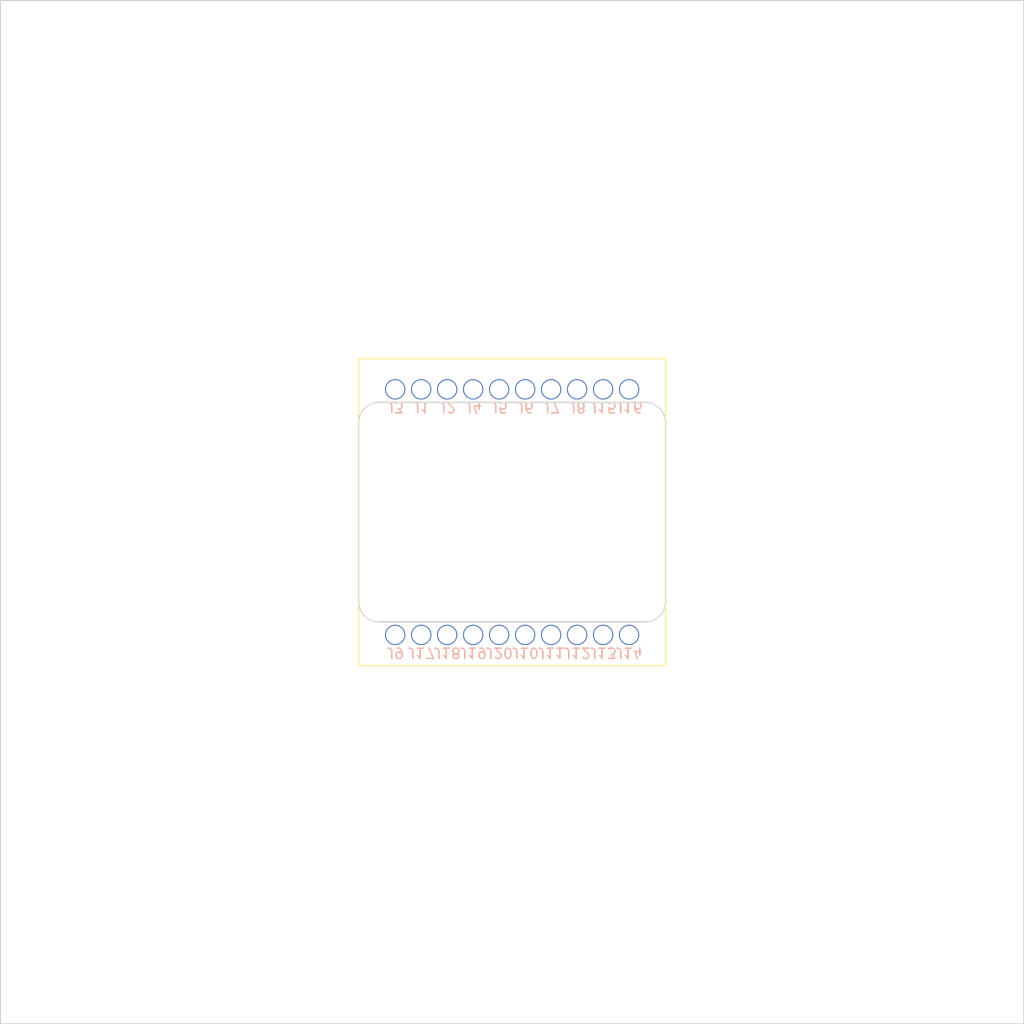
<source format=kicad_pcb>
(kicad_pcb (version 20240108) (generator "pcbnew") (generator_version "8.0")
  (layers (0 "F.Cu" signal) (1 "In1.Cu" signal) (2 "In2.Cu" signal) (31 "B.Cu" signal) (34 "B.Paste" user) (35 "F.Paste" user) (36 "B.SilkS" user "B.Silkscreen") (37 "F.SilkS" user "F.Silkscreen") (38 "B.Mask" user) (39 "F.Mask" user) (44 "Edge.Cuts" user))
  (net 0 "")
  (net 1 "/F4")
  (net 2 "/S4")
  (net 3 "/F3")
  (net 4 "/S3")
  (net 5 "/F2")
  (net 6 "/S2")
  (net 7 "/F1")
  (net 8 "/S1")
  (net 9 "/F8")
  (net 10 "/S8")
  (net 11 "/F7")
  (net 12 "/S7")
  (net 13 "/F6")
  (net 14 "/S6")
  (net 15 "/F5")
  (net 16 "/S5")
  (net 17 "/F12")
  (net 18 "/S12")
  (net 19 "/F11")
  (net 20 "/S11")
  (footprint "custom_footprints:0921" (layer "B.Cu") (at -26.183 -14)
    (property "Reference" "J1" (at 0 1.75 180) (layer "B.SilkS") (effects (justify mirror)))
    (property "Value" "Conn_01x01" (hide yes))
    (pad "1" thru_hole circle (at 0 0) (size 1.98 1.98) (drill 1.78) (layers "*.Cu" "*.Mask") (net 1 "/F4"))
  )
  (footprint "custom_footprints:0921" (layer "B.Cu") (at -5.863 -14)
    (property "Reference" "J16" (at 0 1.75 180) (layer "B.SilkS") (effects (justify mirror)))
    (property "Value" "Conn_01x01" (hide yes))
    (pad "1" thru_hole circle (at 0 0) (size 1.98 1.98) (drill 1.78) (layers "*.Cu" "*.Mask") (net 16 "/S5"))
  )
  (footprint "custom_footprints:0921" (layer "B.Cu") (at -10.943 10)
    (property "Reference" "J12" (at 0 1.75 180) (layer "B.SilkS") (effects (justify mirror)))
    (property "Value" "Conn_01x01" (hide yes))
    (pad "1" thru_hole circle (at 0 0) (size 1.98 1.98) (drill 1.78) (layers "*.Cu" "*.Mask") (net 12 "/S7"))
  )
  (footprint "custom_footprints:0921" (layer "B.Cu") (at -13.483 10)
    (property "Reference" "J11" (at 0 1.75 180) (layer "B.SilkS") (effects (justify mirror)))
    (property "Value" "Conn_01x01" (hide yes))
    (pad "1" thru_hole circle (at 0 0) (size 1.98 1.98) (drill 1.78) (layers "*.Cu" "*.Mask") (net 11 "/F7"))
  )
  (footprint "custom_footprints:0921" (layer "B.Cu") (at -23.643 -14)
    (property "Reference" "J2" (at 0 1.75 180) (layer "B.SilkS") (effects (justify mirror)))
    (property "Value" "Conn_01x01" (hide yes))
    (pad "1" thru_hole circle (at 0 0) (size 1.98 1.98) (drill 1.78) (layers "*.Cu" "*.Mask") (net 2 "/S4"))
  )
  (footprint "custom_footprints:0921" (layer "B.Cu") (at -18.563 10)
    (property "Reference" "J20" (at 0 1.75 180) (layer "B.SilkS") (effects (justify mirror)))
    (property "Value" "Conn_01x01" (hide yes))
    (pad "1" thru_hole circle (at 0 0) (size 1.98 1.98) (drill 1.78) (layers "*.Cu" "*.Mask") (net 20 "/S11"))
  )
  (footprint "custom_footprints:0921" (layer "B.Cu") (at -16.023 10)
    (property "Reference" "J10" (at 0 1.75 180) (layer "B.SilkS") (effects (justify mirror)))
    (property "Value" "Conn_01x01" (hide yes))
    (pad "1" thru_hole circle (at 0 0) (size 1.98 1.98) (drill 1.78) (layers "*.Cu" "*.Mask") (net 10 "/S8"))
  )
  (footprint "custom_footprints:0921" (layer "B.Cu") (at -28.723 -14)
    (property "Reference" "J3" (at 0 1.75 180) (layer "B.SilkS") (effects (justify mirror)))
    (property "Value" "Conn_01x01" (hide yes))
    (pad "1" thru_hole circle (at 0 0) (size 1.98 1.98) (drill 1.78) (layers "*.Cu" "*.Mask") (net 3 "/F3"))
  )
  (footprint "custom_footprints:0921" (layer "B.Cu") (at -8.403 10)
    (property "Reference" "J13" (at 0 1.75 180) (layer "B.SilkS") (effects (justify mirror)))
    (property "Value" "Conn_01x01" (hide yes))
    (pad "1" thru_hole circle (at 0 0) (size 1.98 1.98) (drill 1.78) (layers "*.Cu" "*.Mask") (net 13 "/F6"))
  )
  (footprint "custom_footprints:0921" (layer "B.Cu") (at -10.943 -14)
    (property "Reference" "J8" (at 0 1.75 180) (layer "B.SilkS") (effects (justify mirror)))
    (property "Value" "Conn_01x01" (hide yes))
    (pad "1" thru_hole circle (at 0 0) (size 1.98 1.98) (drill 1.78) (layers "*.Cu" "*.Mask") (net 8 "/S1"))
  )
  (footprint "custom_footprints:0921" (layer "B.Cu") (at -23.643 10)
    (property "Reference" "J18" (at 0 1.75 180) (layer "B.SilkS") (effects (justify mirror)))
    (property "Value" "Conn_01x01" (hide yes))
    (pad "1" thru_hole circle (at 0 0) (size 1.98 1.98) (drill 1.78) (layers "*.Cu" "*.Mask") (net 18 "/S12"))
  )
  (footprint "custom_footprints:0921" (layer "B.Cu") (at -16.023 -14)
    (property "Reference" "J6" (at 0 1.75 180) (layer "B.SilkS") (effects (justify mirror)))
    (property "Value" "Conn_01x01" (hide yes))
    (pad "1" thru_hole circle (at 0 0) (size 1.98 1.98) (drill 1.78) (layers "*.Cu" "*.Mask") (net 6 "/S2"))
  )
  (footprint "custom_footprints:0921" (layer "B.Cu") (at -28.723 10)
    (property "Reference" "J9" (at 0 1.75 180) (layer "B.SilkS") (effects (justify mirror)))
    (property "Value" "Conn_01x01" (hide yes))
    (pad "1" thru_hole circle (at 0 0) (size 1.98 1.98) (drill 1.78) (layers "*.Cu" "*.Mask") (net 9 "/F8"))
  )
  (footprint "custom_footprints:0921" (layer "B.Cu") (at -26.183 10)
    (property "Reference" "J17" (at 0 1.75 180) (layer "B.SilkS") (effects (justify mirror)))
    (property "Value" "Conn_01x01" (hide yes))
    (pad "1" thru_hole circle (at 0 0) (size 1.98 1.98) (drill 1.78) (layers "*.Cu" "*.Mask") (net 17 "/F12"))
  )
  (footprint "custom_footprints:0921" (layer "B.Cu") (at -13.483 -14)
    (property "Reference" "J7" (at 0 1.75 180) (layer "B.SilkS") (effects (justify mirror)))
    (property "Value" "Conn_01x01" (hide yes))
    (pad "1" thru_hole circle (at 0 0) (size 1.98 1.98) (drill 1.78) (layers "*.Cu" "*.Mask") (net 7 "/F1"))
  )
  (footprint "custom_footprints:0921" (layer "B.Cu") (at -21.103 10)
    (property "Reference" "J19" (at 0 1.75 180) (layer "B.SilkS") (effects (justify mirror)))
    (property "Value" "Conn_01x01" (hide yes))
    (pad "1" thru_hole circle (at 0 0) (size 1.98 1.98) (drill 1.78) (layers "*.Cu" "*.Mask") (net 19 "/F11"))
  )
  (footprint "custom_footprints:0921" (layer "B.Cu") (at -8.403 -14)
    (property "Reference" "J15" (at 0 1.75 180) (layer "B.SilkS") (effects (justify mirror)))
    (property "Value" "Conn_01x01" (hide yes))
    (pad "1" thru_hole circle (at 0 0) (size 1.98 1.98) (drill 1.78) (layers "*.Cu" "*.Mask") (net 15 "/F5"))
  )
  (footprint "custom_footprints:0921" (layer "B.Cu") (at -18.563 -14)
    (property "Reference" "J5" (at 0 1.75 180) (layer "B.SilkS") (effects (justify mirror)))
    (property "Value" "Conn_01x01" (hide yes))
    (pad "1" thru_hole circle (at 0 0) (size 1.98 1.98) (drill 1.78) (layers "*.Cu" "*.Mask") (net 5 "/F2"))
  )
  (footprint "custom_footprints:0921" (layer "B.Cu") (at -21.103 -14)
    (property "Reference" "J4" (at 0 1.75 180) (layer "B.SilkS") (effects (justify mirror)))
    (property "Value" "Conn_01x01" (hide yes))
    (pad "1" thru_hole circle (at 0 0) (size 1.98 1.98) (drill 1.78) (layers "*.Cu" "*.Mask") (net 4 "/S3"))
  )
  (footprint "custom_footprints:0921" (layer "B.Cu") (at -5.863 10)
    (property "Reference" "J14" (at 0 1.75 180) (layer "B.SilkS") (effects (justify mirror)))
    (property "Value" "Conn_01x01" (hide yes))
    (pad "1" thru_hole circle (at 0 0) (size 1.98 1.98) (drill 1.78) (layers "*.Cu" "*.Mask") (net 14 "/S6"))
  )
  (gr_line (start -2.293 -17) (end -2.293 13) (stroke (width 0.15)) (layer "F.SilkS"))
  (gr_line (start -32.293 13) (end -32.293 -17) (stroke (width 0.15)) (layer "F.SilkS"))
  (gr_line (start -2.293 13) (end -32.293 13) (stroke (width 0.15)) (layer "F.SilkS"))
  (gr_line (start -32.293 -17) (end -2.293 -17) (stroke (width 0.15)) (layer "F.SilkS"))
  (gr_arc (start -32.293 -10.73) (mid -31.707214 -12.144214) (end -30.293 -12.73) (stroke (width 0.1)) (layer "Edge.Cuts"))
  (gr_line (start -30.292999 8.729999) (end -4.293001 8.729999) (stroke (width 0.15)) (layer "Edge.Cuts"))
  (gr_line (start -32.293 -10.73) (end -32.292999 6.729999) (stroke (width 0.1)) (layer "Edge.Cuts"))
  (gr_arc (start -2.293001 6.729999) (mid -2.878787 8.144213) (end -4.293001 8.729999) (stroke (width 0.1)) (layer "Edge.Cuts"))
  (gr_line (start -30.293 -12.73) (end -4.293001 -12.729999) (stroke (width 0.15)) (layer "Edge.Cuts"))
  (gr_arc (start -30.292999 8.729999) (mid -31.707213 8.144213) (end -32.292999 6.729999) (stroke (width 0.1)) (layer "Edge.Cuts"))
  (gr_arc (start -4.293001 -12.729999) (mid -2.878787 -12.144213) (end -2.293001 -10.729999) (stroke (width 0.1)) (layer "Edge.Cuts"))
  (gr_line (start -2.293001 6.729999) (end -2.293001 -10.729999) (stroke (width 0.1)) (layer "Edge.Cuts"))
  (gr_rect (start -67.293001 -52) (end 32.706999 48) (stroke (width 0.1)) (fill none) (layer "Edge.Cuts"))
)
</source>
